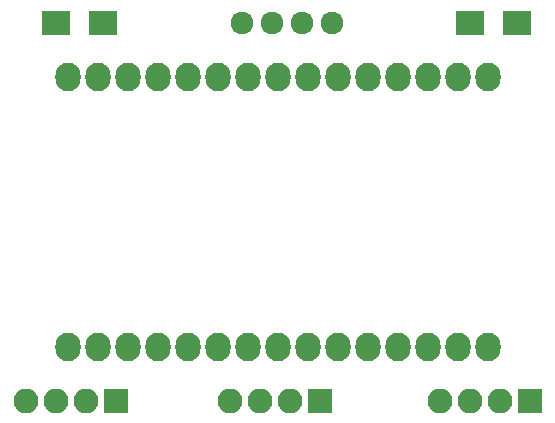
<source format=gbr>
G04 #@! TF.FileFunction,Soldermask,Bot*
%FSLAX46Y46*%
G04 Gerber Fmt 4.6, Leading zero omitted, Abs format (unit mm)*
G04 Created by KiCad (PCBNEW 4.0.4-stable) date 02/23/17 08:50:32*
%MOMM*%
%LPD*%
G01*
G04 APERTURE LIST*
%ADD10C,0.100000*%
%ADD11R,2.100000X2.100000*%
%ADD12O,2.100000X2.100000*%
%ADD13C,1.924000*%
%ADD14R,2.400000X2.100000*%
%ADD15O,2.127200X2.432000*%
G04 APERTURE END LIST*
D10*
D11*
X73152000Y-64516000D03*
D12*
X70612000Y-64516000D03*
X68072000Y-64516000D03*
X65532000Y-64516000D03*
D11*
X90424000Y-64516000D03*
D12*
X87884000Y-64516000D03*
X85344000Y-64516000D03*
X82804000Y-64516000D03*
D13*
X83820000Y-32512000D03*
X86360000Y-32512000D03*
X88900000Y-32512000D03*
X91440000Y-32512000D03*
D11*
X108204000Y-64516000D03*
D12*
X105664000Y-64516000D03*
X103124000Y-64516000D03*
X100584000Y-64516000D03*
D14*
X72104000Y-32512000D03*
X68104000Y-32512000D03*
X103156000Y-32512000D03*
X107156000Y-32512000D03*
D15*
X104648000Y-59944000D03*
X102108000Y-59944000D03*
X99568000Y-59944000D03*
X97028000Y-59944000D03*
X94488000Y-59944000D03*
X91948000Y-59944000D03*
X89408000Y-59944000D03*
X86868000Y-59944000D03*
X84328000Y-59944000D03*
X81788000Y-59944000D03*
X79248000Y-59944000D03*
X76708000Y-59944000D03*
X74168000Y-59944000D03*
X71628000Y-59944000D03*
X69088000Y-59944000D03*
X104648000Y-37084000D03*
X74168000Y-37084000D03*
X71628000Y-37084000D03*
X76708000Y-37084000D03*
X91948000Y-37084000D03*
X94488000Y-37084000D03*
X89408000Y-37084000D03*
X69088000Y-37084000D03*
X84328000Y-37084000D03*
X86868000Y-37084000D03*
X81788000Y-37084000D03*
X79248000Y-37084000D03*
X99568000Y-37084000D03*
X97028000Y-37084000D03*
X102108000Y-37084000D03*
M02*

</source>
